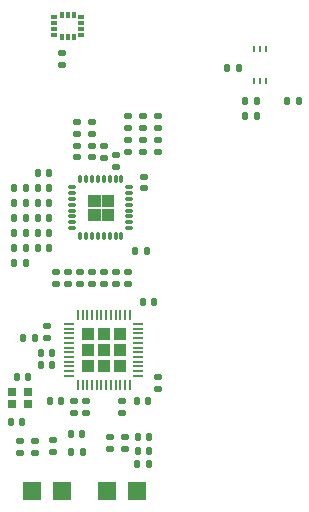
<source format=gtp>
G04 #@! TF.GenerationSoftware,KiCad,Pcbnew,7.0.5*
G04 #@! TF.CreationDate,2023-09-01T13:21:59+02:00*
G04 #@! TF.ProjectId,R1S_NRF,5231535f-4e52-4462-9e6b-696361645f70,v02*
G04 #@! TF.SameCoordinates,Original*
G04 #@! TF.FileFunction,Paste,Top*
G04 #@! TF.FilePolarity,Positive*
%FSLAX46Y46*%
G04 Gerber Fmt 4.6, Leading zero omitted, Abs format (unit mm)*
G04 Created by KiCad (PCBNEW 7.0.5) date 2023-09-01 13:21:59*
%MOMM*%
%LPD*%
G01*
G04 APERTURE LIST*
G04 Aperture macros list*
%AMRoundRect*
0 Rectangle with rounded corners*
0 $1 Rounding radius*
0 $2 $3 $4 $5 $6 $7 $8 $9 X,Y pos of 4 corners*
0 Add a 4 corners polygon primitive as box body*
4,1,4,$2,$3,$4,$5,$6,$7,$8,$9,$2,$3,0*
0 Add four circle primitives for the rounded corners*
1,1,$1+$1,$2,$3*
1,1,$1+$1,$4,$5*
1,1,$1+$1,$6,$7*
1,1,$1+$1,$8,$9*
0 Add four rect primitives between the rounded corners*
20,1,$1+$1,$2,$3,$4,$5,0*
20,1,$1+$1,$4,$5,$6,$7,0*
20,1,$1+$1,$6,$7,$8,$9,0*
20,1,$1+$1,$8,$9,$2,$3,0*%
G04 Aperture macros list end*
%ADD10C,0.010000*%
%ADD11RoundRect,0.007500X-0.292500X-0.117500X0.292500X-0.117500X0.292500X0.117500X-0.292500X0.117500X0*%
%ADD12RoundRect,0.017500X-0.107500X-0.282500X0.107500X-0.282500X0.107500X0.282500X-0.107500X0.282500X0*%
%ADD13RoundRect,0.147500X-0.172500X0.147500X-0.172500X-0.147500X0.172500X-0.147500X0.172500X0.147500X0*%
%ADD14RoundRect,0.250000X0.300000X0.300000X-0.300000X0.300000X-0.300000X-0.300000X0.300000X-0.300000X0*%
%ADD15RoundRect,0.050000X0.362500X0.050000X-0.362500X0.050000X-0.362500X-0.050000X0.362500X-0.050000X0*%
%ADD16RoundRect,0.050000X0.050000X0.362500X-0.050000X0.362500X-0.050000X-0.362500X0.050000X-0.362500X0*%
%ADD17R,1.500000X1.500000*%
%ADD18RoundRect,0.135000X-0.135000X-0.185000X0.135000X-0.185000X0.135000X0.185000X-0.135000X0.185000X0*%
%ADD19RoundRect,0.135000X0.135000X0.185000X-0.135000X0.185000X-0.135000X-0.185000X0.135000X-0.185000X0*%
%ADD20RoundRect,0.140000X-0.140000X-0.170000X0.140000X-0.170000X0.140000X0.170000X-0.140000X0.170000X0*%
%ADD21RoundRect,0.140000X0.170000X-0.140000X0.170000X0.140000X-0.170000X0.140000X-0.170000X-0.140000X0*%
%ADD22R,0.750000X0.700000*%
%ADD23R,0.250000X0.550000*%
%ADD24R,0.610000X0.350000*%
%ADD25R,0.350000X0.610000*%
%ADD26RoundRect,0.135000X0.185000X-0.135000X0.185000X0.135000X-0.185000X0.135000X-0.185000X-0.135000X0*%
%ADD27RoundRect,0.140000X-0.170000X0.140000X-0.170000X-0.140000X0.170000X-0.140000X0.170000X0.140000X0*%
%ADD28RoundRect,0.140000X0.140000X0.170000X-0.140000X0.170000X-0.140000X-0.170000X0.140000X-0.170000X0*%
%ADD29RoundRect,0.135000X-0.185000X0.135000X-0.185000X-0.135000X0.185000X-0.135000X0.185000X0.135000X0*%
%ADD30RoundRect,0.147500X-0.147500X-0.172500X0.147500X-0.172500X0.147500X0.172500X-0.147500X0.172500X0*%
G04 APERTURE END LIST*
G04 #@! TO.C,U2*
D10*
X205386000Y-79796000D02*
X204446000Y-79796000D01*
X204446000Y-78856000D01*
X205386000Y-78856000D01*
X205386000Y-79796000D01*
G36*
X205386000Y-79796000D02*
G01*
X204446000Y-79796000D01*
X204446000Y-78856000D01*
X205386000Y-78856000D01*
X205386000Y-79796000D01*
G37*
X205386000Y-80936000D02*
X204446000Y-80936000D01*
X204446000Y-79996000D01*
X205386000Y-79996000D01*
X205386000Y-80936000D01*
G36*
X205386000Y-80936000D02*
G01*
X204446000Y-80936000D01*
X204446000Y-79996000D01*
X205386000Y-79996000D01*
X205386000Y-80936000D01*
G37*
X206526000Y-79796000D02*
X205586000Y-79796000D01*
X205586000Y-78856000D01*
X206526000Y-78856000D01*
X206526000Y-79796000D01*
G36*
X206526000Y-79796000D02*
G01*
X205586000Y-79796000D01*
X205586000Y-78856000D01*
X206526000Y-78856000D01*
X206526000Y-79796000D01*
G37*
X206526000Y-80936000D02*
X205586000Y-80936000D01*
X205586000Y-79996000D01*
X206526000Y-79996000D01*
X206526000Y-80936000D01*
G36*
X206526000Y-80936000D02*
G01*
X205586000Y-80936000D01*
X205586000Y-79996000D01*
X206526000Y-79996000D01*
X206526000Y-80936000D01*
G37*
G04 #@! TD*
D11*
G04 #@! TO.C,U2*
X203086000Y-78146000D03*
X203086000Y-78646000D03*
X203086000Y-79146000D03*
X203086000Y-79646000D03*
X203086000Y-80146000D03*
X203086000Y-80646000D03*
X203086000Y-81146000D03*
X203086000Y-81646000D03*
D12*
X203736000Y-82296000D03*
X204236000Y-82296000D03*
X204736000Y-82296000D03*
X205236000Y-82296000D03*
X205736000Y-82296000D03*
X206236000Y-82296000D03*
X206736000Y-82296000D03*
X207236000Y-82296000D03*
D11*
X207886000Y-81646000D03*
X207886000Y-81146000D03*
X207886000Y-80646000D03*
X207886000Y-80146000D03*
X207886000Y-79646000D03*
X207886000Y-79146000D03*
X207886000Y-78646000D03*
X207886000Y-78146000D03*
D12*
X207236000Y-77496000D03*
X206736000Y-77496000D03*
X206236000Y-77496000D03*
X205736000Y-77496000D03*
X205236000Y-77496000D03*
X204736000Y-77496000D03*
X204236000Y-77496000D03*
X203736000Y-77496000D03*
G04 #@! TD*
D13*
G04 #@! TO.C,L2*
X206756000Y-76431000D03*
X206756000Y-75461000D03*
G04 #@! TD*
D14*
G04 #@! TO.C,U1*
X207110000Y-93318000D03*
X207110000Y-91948000D03*
X207110000Y-90578000D03*
X205740000Y-93318000D03*
X205740000Y-91948000D03*
X205740000Y-90578000D03*
X204370000Y-93318000D03*
X204370000Y-91948000D03*
X204370000Y-90578000D03*
D15*
X208677500Y-94148000D03*
X208677500Y-93748000D03*
X208677500Y-93348000D03*
X208677500Y-92948000D03*
X208677500Y-92548000D03*
X208677500Y-92148000D03*
X208677500Y-91748000D03*
X208677500Y-91348000D03*
X208677500Y-90948000D03*
X208677500Y-90548000D03*
X208677500Y-90148000D03*
X208677500Y-89748000D03*
D16*
X207940000Y-89010500D03*
X207540000Y-89010500D03*
X207140000Y-89010500D03*
X206740000Y-89010500D03*
X206340000Y-89010500D03*
X205940000Y-89010500D03*
X205540000Y-89010500D03*
X205140000Y-89010500D03*
X204740000Y-89010500D03*
X204340000Y-89010500D03*
X203940000Y-89010500D03*
X203540000Y-89010500D03*
D15*
X202802500Y-89748000D03*
X202802500Y-90148000D03*
X202802500Y-90548000D03*
X202802500Y-90948000D03*
X202802500Y-91348000D03*
X202802500Y-91748000D03*
X202802500Y-92148000D03*
X202802500Y-92548000D03*
X202802500Y-92948000D03*
X202802500Y-93348000D03*
X202802500Y-93748000D03*
X202802500Y-94148000D03*
D16*
X203540000Y-94885500D03*
X203940000Y-94885500D03*
X204340000Y-94885500D03*
X204740000Y-94885500D03*
X205140000Y-94885500D03*
X205540000Y-94885500D03*
X205940000Y-94885500D03*
X206340000Y-94885500D03*
X206740000Y-94885500D03*
X207140000Y-94885500D03*
X207540000Y-94885500D03*
X207940000Y-94885500D03*
G04 #@! TD*
D17*
G04 #@! TO.C,J3*
X199644000Y-103886000D03*
X202184000Y-103886000D03*
G04 #@! TD*
G04 #@! TO.C,J2*
X205994000Y-103886000D03*
X208534000Y-103886000D03*
G04 #@! TD*
D18*
G04 #@! TO.C,R25*
X217676000Y-72136000D03*
X218696000Y-72136000D03*
G04 #@! TD*
G04 #@! TO.C,R24*
X217676000Y-70866000D03*
X218696000Y-70866000D03*
G04 #@! TD*
D19*
G04 #@! TO.C,R23*
X222252000Y-70866000D03*
X221232000Y-70866000D03*
G04 #@! TD*
D20*
G04 #@! TO.C,C34*
X216210000Y-68072000D03*
X217170000Y-68072000D03*
G04 #@! TD*
D21*
G04 #@! TO.C,C33*
X202184000Y-67790000D03*
X202184000Y-66830000D03*
G04 #@! TD*
D22*
G04 #@! TO.C,Y1*
X197953000Y-96512000D03*
X199303000Y-96512000D03*
X199303000Y-95512000D03*
X197953000Y-95512000D03*
G04 #@! TD*
D23*
G04 #@! TO.C,U4*
X218448000Y-69193000D03*
X218948000Y-69193000D03*
X219448000Y-69193000D03*
X219448000Y-66443000D03*
X218948000Y-66443000D03*
X218448000Y-66443000D03*
G04 #@! TD*
D24*
G04 #@! TO.C,U3*
X201532000Y-63766000D03*
X201532000Y-64266000D03*
X201532000Y-64766000D03*
X201532000Y-65266000D03*
D25*
X202192000Y-65426000D03*
X202692000Y-65426000D03*
X203192000Y-65426000D03*
D24*
X203852000Y-65266000D03*
X203852000Y-64766000D03*
X203852000Y-64266000D03*
X203852000Y-63766000D03*
D25*
X203192000Y-63606000D03*
X202692000Y-63606000D03*
X202192000Y-63606000D03*
G04 #@! TD*
D26*
G04 #@! TO.C,R22*
X209042000Y-73154000D03*
X209042000Y-72134000D03*
G04 #@! TD*
G04 #@! TO.C,R21*
X210312000Y-73154000D03*
X210312000Y-72134000D03*
G04 #@! TD*
G04 #@! TO.C,R20*
X207772000Y-73154000D03*
X207772000Y-72134000D03*
G04 #@! TD*
G04 #@! TO.C,R19*
X204724000Y-73647000D03*
X204724000Y-72627000D03*
G04 #@! TD*
D19*
G04 #@! TO.C,R18*
X199138000Y-84582000D03*
X198118000Y-84582000D03*
G04 #@! TD*
G04 #@! TO.C,R17*
X199138000Y-82042000D03*
X198118000Y-82042000D03*
G04 #@! TD*
G04 #@! TO.C,R16*
X199138000Y-79502000D03*
X198118000Y-79502000D03*
G04 #@! TD*
D26*
G04 #@! TO.C,R15*
X203454000Y-73647000D03*
X203454000Y-72627000D03*
G04 #@! TD*
D19*
G04 #@! TO.C,R14*
X199138000Y-83312000D03*
X198118000Y-83312000D03*
G04 #@! TD*
G04 #@! TO.C,R13*
X199138000Y-80772000D03*
X198118000Y-80772000D03*
G04 #@! TD*
G04 #@! TO.C,R12*
X199138000Y-78232000D03*
X198118000Y-78232000D03*
G04 #@! TD*
D27*
G04 #@! TO.C,C32*
X209042000Y-74196000D03*
X209042000Y-75156000D03*
G04 #@! TD*
G04 #@! TO.C,C31*
X204724000Y-74689000D03*
X204724000Y-75649000D03*
G04 #@! TD*
D20*
G04 #@! TO.C,C30*
X200184000Y-76962000D03*
X201144000Y-76962000D03*
G04 #@! TD*
G04 #@! TO.C,C29*
X200184000Y-79502000D03*
X201144000Y-79502000D03*
G04 #@! TD*
G04 #@! TO.C,C28*
X200184000Y-82042000D03*
X201144000Y-82042000D03*
G04 #@! TD*
D21*
G04 #@! TO.C,C27*
X210312000Y-75156000D03*
X210312000Y-74196000D03*
G04 #@! TD*
G04 #@! TO.C,C26*
X207772000Y-75156000D03*
X207772000Y-74196000D03*
G04 #@! TD*
G04 #@! TO.C,C25*
X203454000Y-75649000D03*
X203454000Y-74689000D03*
G04 #@! TD*
D28*
G04 #@! TO.C,C24*
X201116000Y-78232000D03*
X200156000Y-78232000D03*
G04 #@! TD*
G04 #@! TO.C,C23*
X201144000Y-80772000D03*
X200184000Y-80772000D03*
G04 #@! TD*
G04 #@! TO.C,C16*
X201142000Y-83312000D03*
X200182000Y-83312000D03*
G04 #@! TD*
D29*
G04 #@! TO.C,R4*
X207518000Y-99312000D03*
X207518000Y-100332000D03*
G04 #@! TD*
D27*
G04 #@! TO.C,C18*
X199898000Y-99697600D03*
X199898000Y-100657600D03*
G04 #@! TD*
D28*
G04 #@! TO.C,C7*
X199362000Y-94234000D03*
X198402000Y-94234000D03*
G04 #@! TD*
G04 #@! TO.C,C21*
X203934000Y-99060000D03*
X202974000Y-99060000D03*
G04 #@! TD*
G04 #@! TO.C,C12*
X202156000Y-96266000D03*
X201196000Y-96266000D03*
G04 #@! TD*
D27*
G04 #@! TO.C,C22*
X201422000Y-99596000D03*
X201422000Y-100556000D03*
G04 #@! TD*
D20*
G04 #@! TO.C,C11*
X209070000Y-87884000D03*
X210030000Y-87884000D03*
G04 #@! TD*
G04 #@! TO.C,C2*
X197894000Y-98044000D03*
X198854000Y-98044000D03*
G04 #@! TD*
D29*
G04 #@! TO.C,R8*
X203708000Y-85342000D03*
X203708000Y-86362000D03*
G04 #@! TD*
D20*
G04 #@! TO.C,C20*
X208612800Y-99314000D03*
X209572800Y-99314000D03*
G04 #@! TD*
D27*
G04 #@! TO.C,C17*
X198628000Y-99697600D03*
X198628000Y-100657600D03*
G04 #@! TD*
D21*
G04 #@! TO.C,C15*
X209139600Y-78232000D03*
X209139600Y-77272000D03*
G04 #@! TD*
G04 #@! TO.C,C10*
X200914000Y-90904000D03*
X200914000Y-89944000D03*
G04 #@! TD*
G04 #@! TO.C,C9*
X204216000Y-97254000D03*
X204216000Y-96294000D03*
G04 #@! TD*
G04 #@! TO.C,C8*
X203200000Y-97254000D03*
X203200000Y-96294000D03*
G04 #@! TD*
D29*
G04 #@! TO.C,R11*
X201676000Y-85342000D03*
X201676000Y-86362000D03*
G04 #@! TD*
G04 #@! TO.C,R9*
X202692000Y-85342000D03*
X202692000Y-86362000D03*
G04 #@! TD*
G04 #@! TO.C,R1*
X207772000Y-85342000D03*
X207772000Y-86362000D03*
G04 #@! TD*
D28*
G04 #@! TO.C,C13*
X208405600Y-83566000D03*
X209365600Y-83566000D03*
G04 #@! TD*
D27*
G04 #@! TO.C,C14*
X205740000Y-74704000D03*
X205740000Y-75664000D03*
G04 #@! TD*
D18*
G04 #@! TO.C,R2*
X208582800Y-101600000D03*
X209602800Y-101600000D03*
G04 #@! TD*
D20*
G04 #@! TO.C,C1*
X208562000Y-96266000D03*
X209522000Y-96266000D03*
G04 #@! TD*
G04 #@! TO.C,C19*
X208612800Y-100482400D03*
X209572800Y-100482400D03*
G04 #@! TD*
D29*
G04 #@! TO.C,R3*
X204724000Y-85342000D03*
X204724000Y-86362000D03*
G04 #@! TD*
D27*
G04 #@! TO.C,C3*
X207264000Y-96294000D03*
X207264000Y-97254000D03*
G04 #@! TD*
D29*
G04 #@! TO.C,R7*
X206756000Y-85342000D03*
X206756000Y-86362000D03*
G04 #@! TD*
G04 #@! TO.C,R6*
X205740000Y-85342000D03*
X205740000Y-86362000D03*
G04 #@! TD*
D28*
G04 #@! TO.C,C5*
X201394000Y-92202000D03*
X200434000Y-92202000D03*
G04 #@! TD*
D30*
G04 #@! TO.C,L1*
X198905000Y-90932000D03*
X199875000Y-90932000D03*
G04 #@! TD*
D27*
G04 #@! TO.C,C4*
X210312000Y-94262000D03*
X210312000Y-95222000D03*
G04 #@! TD*
D28*
G04 #@! TO.C,C6*
X201394000Y-93218000D03*
X200434000Y-93218000D03*
G04 #@! TD*
D18*
G04 #@! TO.C,R10*
X202944000Y-100584000D03*
X203964000Y-100584000D03*
G04 #@! TD*
D29*
G04 #@! TO.C,R5*
X206248000Y-99312000D03*
X206248000Y-100332000D03*
G04 #@! TD*
M02*

</source>
